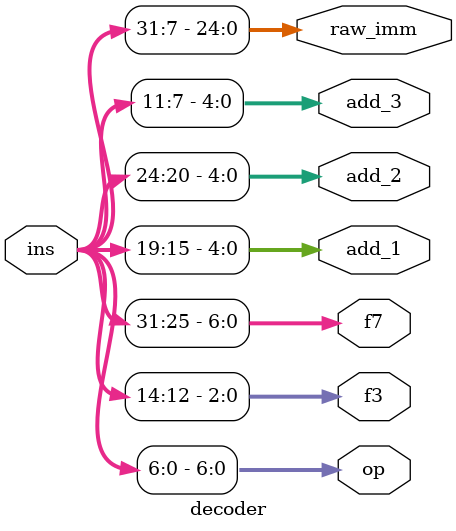
<source format=v>
module decoder(op, f3, f7, add_1, add_2, add_3, raw_imm, ins);
  output [6:0] op;
  output [2:0] f3;
  output [6:0] f7;
  output [4:0] add_1, add_2, add_3;
  output [24:0] raw_imm;
  input [31:0] ins;
  
  assign op = ins[6:0];
  assign f3 = ins[14:12];
  assign f7 = ins[31:25];
  assign add_1 = ins[19:15];
  assign add_2 = ins[24:20];
  assign add_3 = ins[11:7];
  assign raw_imm = ins[31:7];
  
endmodule

</source>
